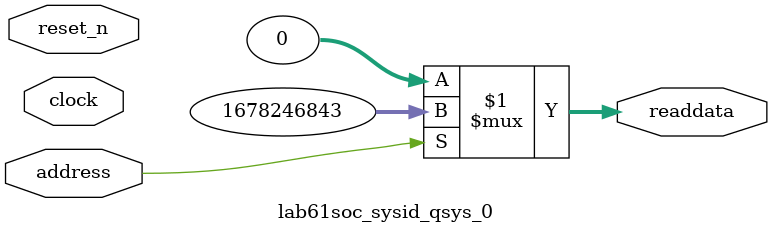
<source format=v>



// synthesis translate_off
`timescale 1ns / 1ps
// synthesis translate_on

// turn off superfluous verilog processor warnings 
// altera message_level Level1 
// altera message_off 10034 10035 10036 10037 10230 10240 10030 

module lab61soc_sysid_qsys_0 (
               // inputs:
                address,
                clock,
                reset_n,

               // outputs:
                readdata
             )
;

  output  [ 31: 0] readdata;
  input            address;
  input            clock;
  input            reset_n;

  wire    [ 31: 0] readdata;
  //control_slave, which is an e_avalon_slave
  assign readdata = address ? 1678246843 : 0;

endmodule



</source>
